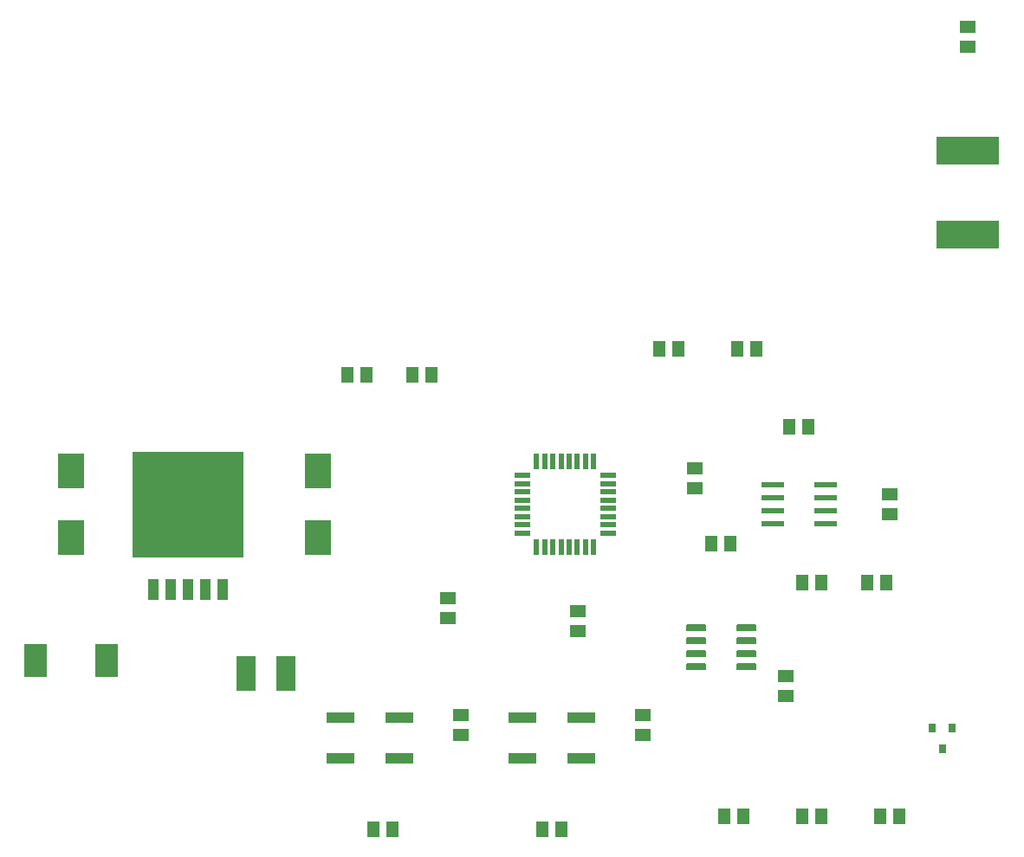
<source format=gtp>
G04 EAGLE Gerber RS-274X export*
G75*
%MOMM*%
%FSLAX34Y34*%
%LPD*%
%INSolderpaste Top*%
%IPPOS*%
%AMOC8*
5,1,8,0,0,1.08239X$1,22.5*%
G01*
%ADD10R,1.500000X1.300000*%
%ADD11R,2.500000X3.500000*%
%ADD12R,1.300000X1.500000*%
%ADD13R,2.250000X3.180000*%
%ADD14R,10.800000X10.410000*%
%ADD15R,1.066800X2.159000*%
%ADD16R,2.200000X0.600000*%
%ADD17R,1.900000X3.400000*%
%ADD18R,6.200000X2.700000*%
%ADD19R,2.750000X1.000000*%
%ADD20R,0.787400X0.889000*%
%ADD21C,0.150000*%
%ADD22R,0.550000X1.600000*%
%ADD23R,1.600000X0.550000*%


D10*
X749300Y168300D03*
X749300Y187300D03*
D11*
X50800Y323100D03*
X50800Y388100D03*
X292100Y388100D03*
X292100Y323100D03*
D12*
X320700Y482600D03*
X339700Y482600D03*
X771500Y431800D03*
X752500Y431800D03*
X511200Y38100D03*
X530200Y38100D03*
X346100Y38100D03*
X365100Y38100D03*
X384200Y482600D03*
X403200Y482600D03*
D13*
X85350Y203200D03*
X16250Y203200D03*
D14*
X165100Y355600D03*
D15*
X131064Y272288D03*
X148082Y272288D03*
X165100Y272288D03*
X182118Y272288D03*
X199136Y272288D03*
D16*
X736000Y361950D03*
X788000Y361950D03*
X736000Y374650D03*
X736000Y349250D03*
X736000Y336550D03*
X788000Y374650D03*
X788000Y349250D03*
X788000Y336550D03*
D17*
X221800Y190500D03*
X260800Y190500D03*
D10*
X419100Y244500D03*
X419100Y263500D03*
X927100Y803300D03*
X927100Y822300D03*
X609600Y130200D03*
X609600Y149200D03*
D12*
X765200Y279400D03*
X784200Y279400D03*
X860400Y50800D03*
X841400Y50800D03*
X784200Y50800D03*
X765200Y50800D03*
D10*
X546100Y231800D03*
X546100Y250800D03*
D18*
X927100Y618998D03*
X927100Y701802D03*
D10*
X850900Y365100D03*
X850900Y346100D03*
D12*
X676300Y317500D03*
X695300Y317500D03*
D10*
X660400Y390500D03*
X660400Y371500D03*
D12*
X644500Y508000D03*
X625500Y508000D03*
X720700Y508000D03*
X701700Y508000D03*
X689000Y50800D03*
X708000Y50800D03*
X828700Y279400D03*
X847700Y279400D03*
D10*
X431800Y130200D03*
X431800Y149200D03*
D19*
X549450Y107000D03*
X491950Y107000D03*
X549450Y147000D03*
X491950Y147000D03*
X371650Y107000D03*
X314150Y107000D03*
X371650Y147000D03*
X314150Y147000D03*
D20*
X911606Y137160D03*
X892302Y137160D03*
X901954Y116840D03*
D21*
X670000Y232700D02*
X652500Y232700D01*
X652500Y237200D01*
X670000Y237200D01*
X670000Y232700D01*
X670000Y234125D02*
X652500Y234125D01*
X652500Y235550D02*
X670000Y235550D01*
X670000Y236975D02*
X652500Y236975D01*
X652500Y220000D02*
X670000Y220000D01*
X652500Y220000D02*
X652500Y224500D01*
X670000Y224500D01*
X670000Y220000D01*
X670000Y221425D02*
X652500Y221425D01*
X652500Y222850D02*
X670000Y222850D01*
X670000Y224275D02*
X652500Y224275D01*
X652500Y207300D02*
X670000Y207300D01*
X652500Y207300D02*
X652500Y211800D01*
X670000Y211800D01*
X670000Y207300D01*
X670000Y208725D02*
X652500Y208725D01*
X652500Y210150D02*
X670000Y210150D01*
X670000Y211575D02*
X652500Y211575D01*
X652500Y194600D02*
X670000Y194600D01*
X652500Y194600D02*
X652500Y199100D01*
X670000Y199100D01*
X670000Y194600D01*
X670000Y196025D02*
X652500Y196025D01*
X652500Y197450D02*
X670000Y197450D01*
X670000Y198875D02*
X652500Y198875D01*
X701600Y194600D02*
X719100Y194600D01*
X701600Y194600D02*
X701600Y199100D01*
X719100Y199100D01*
X719100Y194600D01*
X719100Y196025D02*
X701600Y196025D01*
X701600Y197450D02*
X719100Y197450D01*
X719100Y198875D02*
X701600Y198875D01*
X701600Y207300D02*
X719100Y207300D01*
X701600Y207300D02*
X701600Y211800D01*
X719100Y211800D01*
X719100Y207300D01*
X719100Y208725D02*
X701600Y208725D01*
X701600Y210150D02*
X719100Y210150D01*
X719100Y211575D02*
X701600Y211575D01*
X701600Y220000D02*
X719100Y220000D01*
X701600Y220000D02*
X701600Y224500D01*
X719100Y224500D01*
X719100Y220000D01*
X719100Y221425D02*
X701600Y221425D01*
X701600Y222850D02*
X719100Y222850D01*
X719100Y224275D02*
X701600Y224275D01*
X701600Y232700D02*
X719100Y232700D01*
X701600Y232700D02*
X701600Y237200D01*
X719100Y237200D01*
X719100Y232700D01*
X719100Y234125D02*
X701600Y234125D01*
X701600Y235550D02*
X719100Y235550D01*
X719100Y236975D02*
X701600Y236975D01*
D22*
X561400Y397400D03*
X553400Y397400D03*
X545400Y397400D03*
X537400Y397400D03*
X529400Y397400D03*
X521400Y397400D03*
X513400Y397400D03*
X505400Y397400D03*
D23*
X491600Y383600D03*
X491600Y375600D03*
X491600Y367600D03*
X491600Y359600D03*
X491600Y351600D03*
X491600Y343600D03*
X491600Y335600D03*
X491600Y327600D03*
D22*
X505400Y313800D03*
X513400Y313800D03*
X521400Y313800D03*
X529400Y313800D03*
X537400Y313800D03*
X545400Y313800D03*
X553400Y313800D03*
X561400Y313800D03*
D23*
X575200Y327600D03*
X575200Y335600D03*
X575200Y343600D03*
X575200Y351600D03*
X575200Y359600D03*
X575200Y367600D03*
X575200Y375600D03*
X575200Y383600D03*
M02*

</source>
